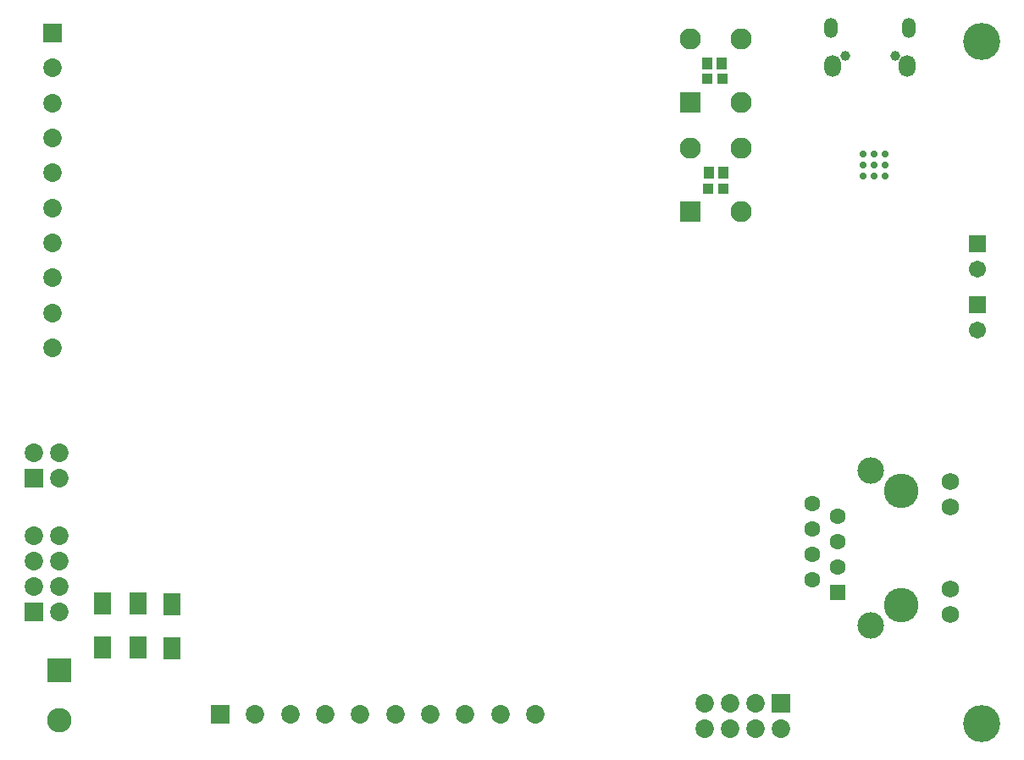
<source format=gbs>
G04*
G04 #@! TF.GenerationSoftware,Altium Limited,Altium Designer,22.11.1 (43)*
G04*
G04 Layer_Color=16711935*
%FSLAX24Y24*%
%MOIN*%
G70*
G04*
G04 #@! TF.SameCoordinates,87D651DC-2D2C-43A3-A13A-F7E35A12DA3B*
G04*
G04*
G04 #@! TF.FilePolarity,Negative*
G04*
G01*
G75*
%ADD58R,0.0395X0.0454*%
%ADD62R,0.0395X0.0395*%
%ADD78R,0.0690X0.0907*%
%ADD86C,0.0730*%
%ADD87R,0.0730X0.0730*%
%ADD88R,0.0630X0.0630*%
%ADD89C,0.0630*%
%ADD90C,0.0682*%
%ADD91C,0.1360*%
%ADD92C,0.1043*%
%ADD93R,0.0966X0.0966*%
%ADD94C,0.0966*%
%ADD95R,0.0730X0.0730*%
%ADD96O,0.0651X0.0867*%
%ADD97O,0.0533X0.0789*%
%ADD98C,0.0395*%
%ADD99C,0.1460*%
%ADD100C,0.0830*%
%ADD101R,0.0830X0.0830*%
%ADD102R,0.0671X0.0671*%
%ADD103C,0.0671*%
%ADD104C,0.0277*%
D58*
X37374Y47950D02*
D03*
X37926D02*
D03*
X37424Y43650D02*
D03*
X37976D02*
D03*
D62*
X37945Y47350D02*
D03*
X37355D02*
D03*
X37976Y43000D02*
D03*
X37385D02*
D03*
D78*
X13550Y24934D02*
D03*
Y26666D02*
D03*
X16300Y24918D02*
D03*
Y26650D02*
D03*
X14950Y24934D02*
D03*
Y26666D02*
D03*
D86*
X11600Y40878D02*
D03*
Y42256D02*
D03*
Y45012D02*
D03*
Y46390D02*
D03*
Y47768D02*
D03*
Y43634D02*
D03*
Y39500D02*
D03*
Y38122D02*
D03*
Y36744D02*
D03*
X11850Y32600D02*
D03*
X10850D02*
D03*
X11850Y31600D02*
D03*
Y27350D02*
D03*
X10850D02*
D03*
X11850Y26350D02*
D03*
X10850Y28350D02*
D03*
Y29350D02*
D03*
X11850Y28350D02*
D03*
Y29350D02*
D03*
X37250Y21750D02*
D03*
X38250D02*
D03*
X37250Y22750D02*
D03*
X38250D02*
D03*
X40250Y21750D02*
D03*
X39250Y22750D02*
D03*
Y21750D02*
D03*
X26456Y22300D02*
D03*
X25078D02*
D03*
X22322D02*
D03*
X20944D02*
D03*
X19566D02*
D03*
X23700D02*
D03*
X27834D02*
D03*
X29212D02*
D03*
X30590D02*
D03*
D87*
X11600Y49146D02*
D03*
X10850Y31600D02*
D03*
Y26350D02*
D03*
D88*
X42500Y27098D02*
D03*
D89*
X41500Y27598D02*
D03*
X42500Y28098D02*
D03*
X41500Y28598D02*
D03*
X42500Y29098D02*
D03*
X41500Y29598D02*
D03*
X42500Y30098D02*
D03*
X41500Y30598D02*
D03*
D90*
X46929Y26242D02*
D03*
Y27242D02*
D03*
Y31458D02*
D03*
Y30458D02*
D03*
D91*
X45000Y31100D02*
D03*
Y26600D02*
D03*
D92*
X43799Y31899D02*
D03*
Y25801D02*
D03*
D93*
X11850Y24034D02*
D03*
D94*
Y22066D02*
D03*
D95*
X40250Y22750D02*
D03*
X18188Y22300D02*
D03*
D96*
X45233Y47837D02*
D03*
X42300D02*
D03*
D97*
X45292Y49333D02*
D03*
X42241D02*
D03*
D98*
X42783Y48251D02*
D03*
X44751D02*
D03*
D99*
X48150Y21950D02*
D03*
Y48800D02*
D03*
D100*
X38700Y46400D02*
D03*
X36700Y48900D02*
D03*
X38700D02*
D03*
Y42100D02*
D03*
X36700Y44600D02*
D03*
X38700D02*
D03*
D101*
X36700Y46400D02*
D03*
Y42100D02*
D03*
D102*
X47984Y38434D02*
D03*
Y40834D02*
D03*
D103*
Y37434D02*
D03*
Y39834D02*
D03*
D104*
X44353Y43496D02*
D03*
X43487D02*
D03*
X44353Y44362D02*
D03*
Y43929D02*
D03*
X43487Y44362D02*
D03*
Y43929D02*
D03*
X43920Y43496D02*
D03*
Y44362D02*
D03*
Y43929D02*
D03*
M02*

</source>
